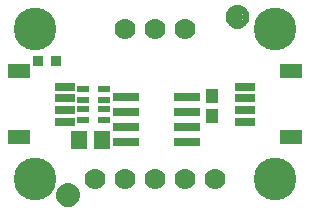
<source format=gbr>
G04 EAGLE Gerber RS-274X export*
G75*
%MOMM*%
%FSLAX34Y34*%
%LPD*%
%INSoldermask Top*%
%IPPOS*%
%AMOC8*
5,1,8,0,0,1.08239X$1,22.5*%
G01*
%ADD10R,1.001600X0.551600*%
%ADD11C,3.617600*%
%ADD12R,1.651600X0.701600*%
%ADD13R,1.901600X1.301600*%
%ADD14C,1.101600*%
%ADD15C,0.500000*%
%ADD16R,0.901600X0.901600*%
%ADD17R,2.301600X0.701600*%
%ADD18C,1.778000*%
%ADD19R,1.101600X1.176600*%
%ADD20R,1.341600X1.601600*%


D10*
X83430Y101900D03*
X66430Y101900D03*
X83430Y92900D03*
X83430Y84900D03*
X83430Y75900D03*
X66430Y75900D03*
X66430Y92900D03*
X66430Y84900D03*
D11*
X25400Y152400D03*
X228600Y152400D03*
D12*
X203460Y83900D03*
X203460Y93900D03*
X203460Y73900D03*
X203460Y103900D03*
D13*
X242460Y60900D03*
X242460Y116900D03*
D12*
X50540Y93900D03*
X50540Y83900D03*
X50540Y103900D03*
X50540Y73900D03*
D13*
X11540Y116900D03*
X11540Y60900D03*
D14*
X53340Y12065D03*
D15*
X53340Y19565D02*
X53159Y19563D01*
X52978Y19556D01*
X52797Y19545D01*
X52616Y19530D01*
X52436Y19510D01*
X52256Y19486D01*
X52077Y19458D01*
X51899Y19425D01*
X51722Y19388D01*
X51545Y19347D01*
X51370Y19302D01*
X51195Y19252D01*
X51022Y19198D01*
X50851Y19140D01*
X50680Y19078D01*
X50512Y19011D01*
X50345Y18941D01*
X50179Y18867D01*
X50016Y18788D01*
X49855Y18706D01*
X49695Y18620D01*
X49538Y18530D01*
X49383Y18436D01*
X49230Y18339D01*
X49080Y18237D01*
X48932Y18133D01*
X48786Y18024D01*
X48644Y17913D01*
X48504Y17797D01*
X48367Y17679D01*
X48232Y17557D01*
X48101Y17432D01*
X47973Y17304D01*
X47848Y17173D01*
X47726Y17038D01*
X47608Y16901D01*
X47492Y16761D01*
X47381Y16619D01*
X47272Y16473D01*
X47168Y16325D01*
X47066Y16175D01*
X46969Y16022D01*
X46875Y15867D01*
X46785Y15710D01*
X46699Y15550D01*
X46617Y15389D01*
X46538Y15226D01*
X46464Y15060D01*
X46394Y14893D01*
X46327Y14725D01*
X46265Y14554D01*
X46207Y14383D01*
X46153Y14210D01*
X46103Y14035D01*
X46058Y13860D01*
X46017Y13683D01*
X45980Y13506D01*
X45947Y13328D01*
X45919Y13149D01*
X45895Y12969D01*
X45875Y12789D01*
X45860Y12608D01*
X45849Y12427D01*
X45842Y12246D01*
X45840Y12065D01*
X53340Y19565D02*
X53521Y19563D01*
X53702Y19556D01*
X53883Y19545D01*
X54064Y19530D01*
X54244Y19510D01*
X54424Y19486D01*
X54603Y19458D01*
X54781Y19425D01*
X54958Y19388D01*
X55135Y19347D01*
X55310Y19302D01*
X55485Y19252D01*
X55658Y19198D01*
X55829Y19140D01*
X56000Y19078D01*
X56168Y19011D01*
X56335Y18941D01*
X56501Y18867D01*
X56664Y18788D01*
X56825Y18706D01*
X56985Y18620D01*
X57142Y18530D01*
X57297Y18436D01*
X57450Y18339D01*
X57600Y18237D01*
X57748Y18133D01*
X57894Y18024D01*
X58036Y17913D01*
X58176Y17797D01*
X58313Y17679D01*
X58448Y17557D01*
X58579Y17432D01*
X58707Y17304D01*
X58832Y17173D01*
X58954Y17038D01*
X59072Y16901D01*
X59188Y16761D01*
X59299Y16619D01*
X59408Y16473D01*
X59512Y16325D01*
X59614Y16175D01*
X59711Y16022D01*
X59805Y15867D01*
X59895Y15710D01*
X59981Y15550D01*
X60063Y15389D01*
X60142Y15226D01*
X60216Y15060D01*
X60286Y14893D01*
X60353Y14725D01*
X60415Y14554D01*
X60473Y14383D01*
X60527Y14210D01*
X60577Y14035D01*
X60622Y13860D01*
X60663Y13683D01*
X60700Y13506D01*
X60733Y13328D01*
X60761Y13149D01*
X60785Y12969D01*
X60805Y12789D01*
X60820Y12608D01*
X60831Y12427D01*
X60838Y12246D01*
X60840Y12065D01*
X60838Y11884D01*
X60831Y11703D01*
X60820Y11522D01*
X60805Y11341D01*
X60785Y11161D01*
X60761Y10981D01*
X60733Y10802D01*
X60700Y10624D01*
X60663Y10447D01*
X60622Y10270D01*
X60577Y10095D01*
X60527Y9920D01*
X60473Y9747D01*
X60415Y9576D01*
X60353Y9405D01*
X60286Y9237D01*
X60216Y9070D01*
X60142Y8904D01*
X60063Y8741D01*
X59981Y8580D01*
X59895Y8420D01*
X59805Y8263D01*
X59711Y8108D01*
X59614Y7955D01*
X59512Y7805D01*
X59408Y7657D01*
X59299Y7511D01*
X59188Y7369D01*
X59072Y7229D01*
X58954Y7092D01*
X58832Y6957D01*
X58707Y6826D01*
X58579Y6698D01*
X58448Y6573D01*
X58313Y6451D01*
X58176Y6333D01*
X58036Y6217D01*
X57894Y6106D01*
X57748Y5997D01*
X57600Y5893D01*
X57450Y5791D01*
X57297Y5694D01*
X57142Y5600D01*
X56985Y5510D01*
X56825Y5424D01*
X56664Y5342D01*
X56501Y5263D01*
X56335Y5189D01*
X56168Y5119D01*
X56000Y5052D01*
X55829Y4990D01*
X55658Y4932D01*
X55485Y4878D01*
X55310Y4828D01*
X55135Y4783D01*
X54958Y4742D01*
X54781Y4705D01*
X54603Y4672D01*
X54424Y4644D01*
X54244Y4620D01*
X54064Y4600D01*
X53883Y4585D01*
X53702Y4574D01*
X53521Y4567D01*
X53340Y4565D01*
X53159Y4567D01*
X52978Y4574D01*
X52797Y4585D01*
X52616Y4600D01*
X52436Y4620D01*
X52256Y4644D01*
X52077Y4672D01*
X51899Y4705D01*
X51722Y4742D01*
X51545Y4783D01*
X51370Y4828D01*
X51195Y4878D01*
X51022Y4932D01*
X50851Y4990D01*
X50680Y5052D01*
X50512Y5119D01*
X50345Y5189D01*
X50179Y5263D01*
X50016Y5342D01*
X49855Y5424D01*
X49695Y5510D01*
X49538Y5600D01*
X49383Y5694D01*
X49230Y5791D01*
X49080Y5893D01*
X48932Y5997D01*
X48786Y6106D01*
X48644Y6217D01*
X48504Y6333D01*
X48367Y6451D01*
X48232Y6573D01*
X48101Y6698D01*
X47973Y6826D01*
X47848Y6957D01*
X47726Y7092D01*
X47608Y7229D01*
X47492Y7369D01*
X47381Y7511D01*
X47272Y7657D01*
X47168Y7805D01*
X47066Y7955D01*
X46969Y8108D01*
X46875Y8263D01*
X46785Y8420D01*
X46699Y8580D01*
X46617Y8741D01*
X46538Y8904D01*
X46464Y9070D01*
X46394Y9237D01*
X46327Y9405D01*
X46265Y9576D01*
X46207Y9747D01*
X46153Y9920D01*
X46103Y10095D01*
X46058Y10270D01*
X46017Y10447D01*
X45980Y10624D01*
X45947Y10802D01*
X45919Y10981D01*
X45895Y11161D01*
X45875Y11341D01*
X45860Y11522D01*
X45849Y11703D01*
X45842Y11884D01*
X45840Y12065D01*
D14*
X196850Y162941D03*
D15*
X196850Y170441D02*
X196669Y170439D01*
X196488Y170432D01*
X196307Y170421D01*
X196126Y170406D01*
X195946Y170386D01*
X195766Y170362D01*
X195587Y170334D01*
X195409Y170301D01*
X195232Y170264D01*
X195055Y170223D01*
X194880Y170178D01*
X194705Y170128D01*
X194532Y170074D01*
X194361Y170016D01*
X194190Y169954D01*
X194022Y169887D01*
X193855Y169817D01*
X193689Y169743D01*
X193526Y169664D01*
X193365Y169582D01*
X193205Y169496D01*
X193048Y169406D01*
X192893Y169312D01*
X192740Y169215D01*
X192590Y169113D01*
X192442Y169009D01*
X192296Y168900D01*
X192154Y168789D01*
X192014Y168673D01*
X191877Y168555D01*
X191742Y168433D01*
X191611Y168308D01*
X191483Y168180D01*
X191358Y168049D01*
X191236Y167914D01*
X191118Y167777D01*
X191002Y167637D01*
X190891Y167495D01*
X190782Y167349D01*
X190678Y167201D01*
X190576Y167051D01*
X190479Y166898D01*
X190385Y166743D01*
X190295Y166586D01*
X190209Y166426D01*
X190127Y166265D01*
X190048Y166102D01*
X189974Y165936D01*
X189904Y165769D01*
X189837Y165601D01*
X189775Y165430D01*
X189717Y165259D01*
X189663Y165086D01*
X189613Y164911D01*
X189568Y164736D01*
X189527Y164559D01*
X189490Y164382D01*
X189457Y164204D01*
X189429Y164025D01*
X189405Y163845D01*
X189385Y163665D01*
X189370Y163484D01*
X189359Y163303D01*
X189352Y163122D01*
X189350Y162941D01*
X196850Y170441D02*
X197031Y170439D01*
X197212Y170432D01*
X197393Y170421D01*
X197574Y170406D01*
X197754Y170386D01*
X197934Y170362D01*
X198113Y170334D01*
X198291Y170301D01*
X198468Y170264D01*
X198645Y170223D01*
X198820Y170178D01*
X198995Y170128D01*
X199168Y170074D01*
X199339Y170016D01*
X199510Y169954D01*
X199678Y169887D01*
X199845Y169817D01*
X200011Y169743D01*
X200174Y169664D01*
X200335Y169582D01*
X200495Y169496D01*
X200652Y169406D01*
X200807Y169312D01*
X200960Y169215D01*
X201110Y169113D01*
X201258Y169009D01*
X201404Y168900D01*
X201546Y168789D01*
X201686Y168673D01*
X201823Y168555D01*
X201958Y168433D01*
X202089Y168308D01*
X202217Y168180D01*
X202342Y168049D01*
X202464Y167914D01*
X202582Y167777D01*
X202698Y167637D01*
X202809Y167495D01*
X202918Y167349D01*
X203022Y167201D01*
X203124Y167051D01*
X203221Y166898D01*
X203315Y166743D01*
X203405Y166586D01*
X203491Y166426D01*
X203573Y166265D01*
X203652Y166102D01*
X203726Y165936D01*
X203796Y165769D01*
X203863Y165601D01*
X203925Y165430D01*
X203983Y165259D01*
X204037Y165086D01*
X204087Y164911D01*
X204132Y164736D01*
X204173Y164559D01*
X204210Y164382D01*
X204243Y164204D01*
X204271Y164025D01*
X204295Y163845D01*
X204315Y163665D01*
X204330Y163484D01*
X204341Y163303D01*
X204348Y163122D01*
X204350Y162941D01*
X204348Y162760D01*
X204341Y162579D01*
X204330Y162398D01*
X204315Y162217D01*
X204295Y162037D01*
X204271Y161857D01*
X204243Y161678D01*
X204210Y161500D01*
X204173Y161323D01*
X204132Y161146D01*
X204087Y160971D01*
X204037Y160796D01*
X203983Y160623D01*
X203925Y160452D01*
X203863Y160281D01*
X203796Y160113D01*
X203726Y159946D01*
X203652Y159780D01*
X203573Y159617D01*
X203491Y159456D01*
X203405Y159296D01*
X203315Y159139D01*
X203221Y158984D01*
X203124Y158831D01*
X203022Y158681D01*
X202918Y158533D01*
X202809Y158387D01*
X202698Y158245D01*
X202582Y158105D01*
X202464Y157968D01*
X202342Y157833D01*
X202217Y157702D01*
X202089Y157574D01*
X201958Y157449D01*
X201823Y157327D01*
X201686Y157209D01*
X201546Y157093D01*
X201404Y156982D01*
X201258Y156873D01*
X201110Y156769D01*
X200960Y156667D01*
X200807Y156570D01*
X200652Y156476D01*
X200495Y156386D01*
X200335Y156300D01*
X200174Y156218D01*
X200011Y156139D01*
X199845Y156065D01*
X199678Y155995D01*
X199510Y155928D01*
X199339Y155866D01*
X199168Y155808D01*
X198995Y155754D01*
X198820Y155704D01*
X198645Y155659D01*
X198468Y155618D01*
X198291Y155581D01*
X198113Y155548D01*
X197934Y155520D01*
X197754Y155496D01*
X197574Y155476D01*
X197393Y155461D01*
X197212Y155450D01*
X197031Y155443D01*
X196850Y155441D01*
X196669Y155443D01*
X196488Y155450D01*
X196307Y155461D01*
X196126Y155476D01*
X195946Y155496D01*
X195766Y155520D01*
X195587Y155548D01*
X195409Y155581D01*
X195232Y155618D01*
X195055Y155659D01*
X194880Y155704D01*
X194705Y155754D01*
X194532Y155808D01*
X194361Y155866D01*
X194190Y155928D01*
X194022Y155995D01*
X193855Y156065D01*
X193689Y156139D01*
X193526Y156218D01*
X193365Y156300D01*
X193205Y156386D01*
X193048Y156476D01*
X192893Y156570D01*
X192740Y156667D01*
X192590Y156769D01*
X192442Y156873D01*
X192296Y156982D01*
X192154Y157093D01*
X192014Y157209D01*
X191877Y157327D01*
X191742Y157449D01*
X191611Y157574D01*
X191483Y157702D01*
X191358Y157833D01*
X191236Y157968D01*
X191118Y158105D01*
X191002Y158245D01*
X190891Y158387D01*
X190782Y158533D01*
X190678Y158681D01*
X190576Y158831D01*
X190479Y158984D01*
X190385Y159139D01*
X190295Y159296D01*
X190209Y159456D01*
X190127Y159617D01*
X190048Y159780D01*
X189974Y159946D01*
X189904Y160113D01*
X189837Y160281D01*
X189775Y160452D01*
X189717Y160623D01*
X189663Y160796D01*
X189613Y160971D01*
X189568Y161146D01*
X189527Y161323D01*
X189490Y161500D01*
X189457Y161678D01*
X189429Y161857D01*
X189405Y162037D01*
X189385Y162217D01*
X189370Y162398D01*
X189359Y162579D01*
X189352Y162760D01*
X189350Y162941D01*
D11*
X25400Y25400D03*
X228600Y25400D03*
D16*
X28060Y125730D03*
X43060Y125730D03*
D17*
X102270Y82550D03*
X154270Y82550D03*
X102270Y95250D03*
X102270Y69850D03*
X102270Y57150D03*
X154270Y95250D03*
X154270Y69850D03*
X154270Y57150D03*
D18*
X101600Y152400D03*
X127000Y152400D03*
X152400Y152400D03*
X76200Y25400D03*
X101600Y25400D03*
X127000Y25400D03*
X152400Y25400D03*
X177800Y25400D03*
D19*
X175260Y96130D03*
X175260Y79130D03*
D20*
X62890Y58420D03*
X81890Y58420D03*
M02*

</source>
